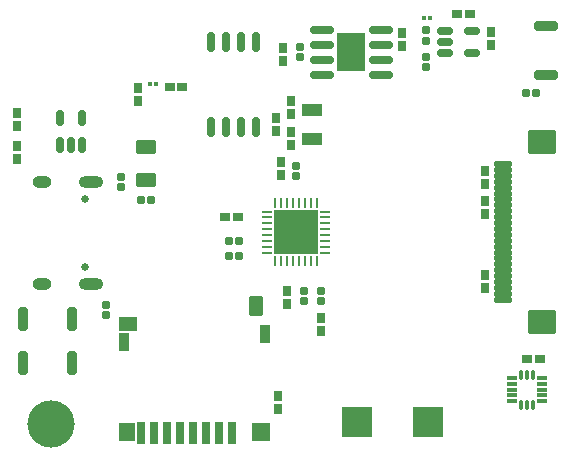
<source format=gbr>
%TF.GenerationSoftware,KiCad,Pcbnew,9.0.2*%
%TF.CreationDate,2025-12-06T23:29:51-05:00*%
%TF.ProjectId,taskmonitor,7461736b-6d6f-46e6-9974-6f722e6b6963,rev?*%
%TF.SameCoordinates,Original*%
%TF.FileFunction,Soldermask,Top*%
%TF.FilePolarity,Negative*%
%FSLAX46Y46*%
G04 Gerber Fmt 4.6, Leading zero omitted, Abs format (unit mm)*
G04 Created by KiCad (PCBNEW 9.0.2) date 2025-12-06 23:29:51*
%MOMM*%
%LPD*%
G01*
G04 APERTURE LIST*
G04 Aperture macros list*
%AMRoundRect*
0 Rectangle with rounded corners*
0 $1 Rounding radius*
0 $2 $3 $4 $5 $6 $7 $8 $9 X,Y pos of 4 corners*
0 Add a 4 corners polygon primitive as box body*
4,1,4,$2,$3,$4,$5,$6,$7,$8,$9,$2,$3,0*
0 Add four circle primitives for the rounded corners*
1,1,$1+$1,$2,$3*
1,1,$1+$1,$4,$5*
1,1,$1+$1,$6,$7*
1,1,$1+$1,$8,$9*
0 Add four rect primitives between the rounded corners*
20,1,$1+$1,$2,$3,$4,$5,0*
20,1,$1+$1,$4,$5,$6,$7,0*
20,1,$1+$1,$6,$7,$8,$9,0*
20,1,$1+$1,$8,$9,$2,$3,0*%
G04 Aperture macros list end*
%ADD10RoundRect,0.200000X0.200000X0.800000X-0.200000X0.800000X-0.200000X-0.800000X0.200000X-0.800000X0*%
%ADD11R,1.800000X1.000000*%
%ADD12RoundRect,0.050800X0.270000X-0.395050X0.270000X0.395050X-0.270000X0.395050X-0.270000X-0.395050X0*%
%ADD13RoundRect,0.050800X-0.270000X0.282850X-0.270000X-0.282850X0.270000X-0.282850X0.270000X0.282850X0*%
%ADD14RoundRect,0.050800X-0.270000X0.395050X-0.270000X-0.395050X0.270000X-0.395050X0.270000X0.395050X0*%
%ADD15RoundRect,0.050800X0.270000X-0.282850X0.270000X0.282850X-0.270000X0.282850X-0.270000X-0.282850X0*%
%ADD16RoundRect,0.050800X0.395050X0.270000X-0.395050X0.270000X-0.395050X-0.270000X0.395050X-0.270000X0*%
%ADD17RoundRect,0.200000X0.800000X-0.200000X0.800000X0.200000X-0.800000X0.200000X-0.800000X-0.200000X0*%
%ADD18RoundRect,0.150000X-0.825000X-0.150000X0.825000X-0.150000X0.825000X0.150000X-0.825000X0.150000X0*%
%ADD19R,2.410000X3.300000*%
%ADD20RoundRect,0.150000X0.150000X-0.512500X0.150000X0.512500X-0.150000X0.512500X-0.150000X-0.512500X0*%
%ADD21RoundRect,0.062500X-0.337500X-0.062500X0.337500X-0.062500X0.337500X0.062500X-0.337500X0.062500X0*%
%ADD22RoundRect,0.062500X-0.062500X-0.337500X0.062500X-0.337500X0.062500X0.337500X-0.062500X0.337500X0*%
%ADD23R,3.700000X3.700000*%
%ADD24RoundRect,0.075000X-0.387500X-0.075000X0.387500X-0.075000X0.387500X0.075000X-0.387500X0.075000X0*%
%ADD25RoundRect,0.075000X-0.075000X-0.325000X0.075000X-0.325000X0.075000X0.325000X-0.075000X0.325000X0*%
%ADD26RoundRect,0.075000X0.125000X0.075000X-0.125000X0.075000X-0.125000X-0.075000X0.125000X-0.075000X0*%
%ADD27RoundRect,0.162500X-0.162500X0.650000X-0.162500X-0.650000X0.162500X-0.650000X0.162500X0.650000X0*%
%ADD28RoundRect,0.102000X0.650000X-0.150000X0.650000X0.150000X-0.650000X0.150000X-0.650000X-0.150000X0*%
%ADD29RoundRect,0.102000X1.100000X-0.900000X1.100000X0.900000X-1.100000X0.900000X-1.100000X-0.900000X0*%
%ADD30RoundRect,0.050800X-0.282850X-0.270000X0.282850X-0.270000X0.282850X0.270000X-0.282850X0.270000X0*%
%ADD31RoundRect,0.050800X-0.300000X-0.875000X0.300000X-0.875000X0.300000X0.875000X-0.300000X0.875000X0*%
%ADD32RoundRect,0.050800X-0.725000X-0.500000X0.725000X-0.500000X0.725000X0.500000X-0.725000X0.500000X0*%
%ADD33RoundRect,0.050800X-0.500000X-0.775000X0.500000X-0.775000X0.500000X0.775000X-0.500000X0.775000X0*%
%ADD34RoundRect,0.050800X-0.400000X-0.750000X0.400000X-0.750000X0.400000X0.750000X-0.400000X0.750000X0*%
%ADD35RoundRect,0.050800X-0.400000X-0.700000X0.400000X-0.700000X0.400000X0.700000X-0.400000X0.700000X0*%
%ADD36RoundRect,0.050800X-0.750000X-0.750000X0.750000X-0.750000X0.750000X0.750000X-0.750000X0.750000X0*%
%ADD37RoundRect,0.050800X-0.650000X-0.750000X0.650000X-0.750000X0.650000X0.750000X-0.650000X0.750000X0*%
%ADD38RoundRect,0.050800X0.282850X0.270000X-0.282850X0.270000X-0.282850X-0.270000X0.282850X-0.270000X0*%
%ADD39R,2.500000X2.500000*%
%ADD40C,4.000000*%
%ADD41RoundRect,0.150000X-0.512500X-0.150000X0.512500X-0.150000X0.512500X0.150000X-0.512500X0.150000X0*%
%ADD42RoundRect,0.250000X-0.625000X0.375000X-0.625000X-0.375000X0.625000X-0.375000X0.625000X0.375000X0*%
%ADD43C,0.650000*%
%ADD44O,1.600000X1.000000*%
%ADD45O,2.100000X1.000000*%
G04 APERTURE END LIST*
D10*
%TO.C,BOOT1*%
X75625000Y-106850000D03*
X71425000Y-106850000D03*
%TD*%
D11*
%TO.C,Y1*%
X95925000Y-91650000D03*
X95925000Y-89150000D03*
%TD*%
D12*
%TO.C,C2*%
X70975000Y-93300000D03*
X70975000Y-92209800D03*
%TD*%
D13*
%TO.C,R9*%
X94575000Y-93909400D03*
X94575000Y-94775000D03*
%TD*%
D14*
%TO.C,C18*%
X110575000Y-96900000D03*
X110575000Y-97990200D03*
%TD*%
D15*
%TO.C,R2*%
X94875000Y-84665600D03*
X94875000Y-83800000D03*
%TD*%
D16*
%TO.C,C20*%
X115220100Y-110275000D03*
X114129900Y-110275000D03*
%TD*%
D17*
%TO.C,SW1*%
X115700000Y-86200000D03*
X115700000Y-82000000D03*
%TD*%
D15*
%TO.C,R5*%
X96650000Y-105315600D03*
X96650000Y-104450000D03*
%TD*%
D14*
%TO.C,C6*%
X70975000Y-89434800D03*
X70975000Y-90525000D03*
%TD*%
D18*
%TO.C,U2*%
X96775000Y-82350000D03*
X96775000Y-83620000D03*
X96775000Y-84890000D03*
X96775000Y-86160000D03*
X101725000Y-86160000D03*
X101725000Y-84890000D03*
X101725000Y-83620000D03*
X101725000Y-82350000D03*
D19*
X99250000Y-84255000D03*
%TD*%
D12*
%TO.C,C4*%
X103575000Y-83695100D03*
X103575000Y-82604900D03*
%TD*%
D20*
%TO.C,U7*%
X74550000Y-92100000D03*
X75500000Y-92100000D03*
X76450000Y-92100000D03*
X76450000Y-89825000D03*
X74550000Y-89825000D03*
%TD*%
D21*
%TO.C,U3*%
X92100000Y-97750000D03*
X92100000Y-98250000D03*
X92100000Y-98750000D03*
X92100000Y-99250000D03*
X92100000Y-99750000D03*
X92100000Y-100250000D03*
X92100000Y-100750000D03*
X92100000Y-101250000D03*
D22*
X92800000Y-101950000D03*
X93300000Y-101950000D03*
X93800000Y-101950000D03*
X94300000Y-101950000D03*
X94800000Y-101950000D03*
X95300000Y-101950000D03*
X95800000Y-101950000D03*
X96300000Y-101950000D03*
D21*
X97000000Y-101250000D03*
X97000000Y-100750000D03*
X97000000Y-100250000D03*
X97000000Y-99750000D03*
X97000000Y-99250000D03*
X97000000Y-98750000D03*
X97000000Y-98250000D03*
X97000000Y-97750000D03*
D22*
X96300000Y-97050000D03*
X95800000Y-97050000D03*
X95300000Y-97050000D03*
X94800000Y-97050000D03*
X94300000Y-97050000D03*
X93800000Y-97050000D03*
X93300000Y-97050000D03*
X92800000Y-97050000D03*
D23*
X94550000Y-99500000D03*
%TD*%
D24*
%TO.C,U6*%
X112850000Y-111825000D03*
X112850000Y-112325000D03*
X112850000Y-112825000D03*
X112850000Y-113325000D03*
X112850000Y-113825000D03*
D25*
X113637500Y-114100000D03*
X114137500Y-114100000D03*
X114637500Y-114100000D03*
D24*
X115425000Y-113825000D03*
X115425000Y-113325000D03*
X115425000Y-112825000D03*
X115425000Y-112325000D03*
X115425000Y-111825000D03*
D25*
X114637500Y-111550000D03*
X114137500Y-111550000D03*
X113637500Y-111550000D03*
%TD*%
D26*
%TO.C,L1*%
X82700000Y-86950000D03*
X82200000Y-86950000D03*
%TD*%
D12*
%TO.C,C13*%
X81200000Y-88415200D03*
X81200000Y-87325000D03*
%TD*%
D15*
%TO.C,R3*%
X79725000Y-95682800D03*
X79725000Y-94817200D03*
%TD*%
D26*
%TO.C,L2*%
X105867500Y-81394400D03*
X105367500Y-81394400D03*
%TD*%
D14*
%TO.C,C14*%
X93025000Y-113375000D03*
X93025000Y-114465200D03*
%TD*%
D27*
%TO.C,U4*%
X91205000Y-83387500D03*
X89935000Y-83387500D03*
X88665000Y-83387500D03*
X87395000Y-83387500D03*
X87395000Y-90562500D03*
X88665000Y-90562500D03*
X89935000Y-90562500D03*
X91205000Y-90562500D03*
%TD*%
D28*
%TO.C,J4*%
X112125000Y-105225000D03*
X112125000Y-104725000D03*
X112125000Y-104225000D03*
X112125000Y-103725000D03*
X112125000Y-103225000D03*
X112125000Y-102725000D03*
X112125000Y-102225000D03*
X112125000Y-101725000D03*
X112125000Y-101225000D03*
X112125000Y-100725000D03*
X112125000Y-100225000D03*
X112125000Y-99725000D03*
X112125000Y-99225000D03*
X112125000Y-98725000D03*
X112125000Y-98225000D03*
X112125000Y-97725000D03*
X112125000Y-97225000D03*
X112125000Y-96725000D03*
X112125000Y-96225000D03*
X112125000Y-95725000D03*
X112125000Y-95225000D03*
X112125000Y-94725000D03*
X112125000Y-94225000D03*
X112125000Y-93725000D03*
D29*
X115375000Y-91825000D03*
X115375000Y-107125000D03*
%TD*%
D10*
%TO.C,EN1*%
X75625000Y-110600000D03*
X71425000Y-110600000D03*
%TD*%
D16*
%TO.C,C7*%
X89625000Y-98250000D03*
X88534800Y-98250000D03*
%TD*%
D15*
%TO.C,R12*%
X105592500Y-85519400D03*
X105592500Y-84653800D03*
%TD*%
D14*
%TO.C,C19*%
X110575000Y-94309800D03*
X110575000Y-95400000D03*
%TD*%
D30*
%TO.C,R6*%
X88867200Y-101525000D03*
X89732800Y-101525000D03*
%TD*%
D12*
%TO.C,C16*%
X111092500Y-83634600D03*
X111092500Y-82544400D03*
%TD*%
D31*
%TO.C,Card1*%
X89150000Y-116525000D03*
X88049900Y-116525000D03*
X86950100Y-116525000D03*
X85850000Y-116525000D03*
X84750000Y-116525000D03*
X83649900Y-116525000D03*
X82550100Y-116525000D03*
X81450000Y-116525000D03*
D32*
X80325000Y-107300000D03*
D33*
X91150000Y-105725000D03*
D34*
X79999900Y-108799900D03*
D35*
X91950100Y-108149900D03*
D36*
X91600100Y-116399800D03*
D37*
X80250100Y-116399800D03*
%TD*%
D38*
%TO.C,R8*%
X89725000Y-100250000D03*
X88859400Y-100250000D03*
%TD*%
D39*
%TO.C,J2*%
X99750000Y-115575000D03*
%TD*%
D14*
%TO.C,C3*%
X94100000Y-90984800D03*
X94100000Y-92075000D03*
%TD*%
D39*
%TO.C,J3*%
X105750000Y-115575000D03*
%TD*%
D12*
%TO.C,C15*%
X110575000Y-104220100D03*
X110575000Y-103129900D03*
%TD*%
D14*
%TO.C,C12*%
X92875000Y-89809800D03*
X92875000Y-90900000D03*
%TD*%
D40*
%TO.C,H1*%
X73825000Y-115775000D03*
%TD*%
D12*
%TO.C,C10*%
X93300000Y-94675000D03*
X93300000Y-93584800D03*
%TD*%
D38*
%TO.C,R1*%
X82325000Y-96750000D03*
X81459400Y-96750000D03*
%TD*%
D30*
%TO.C,R10*%
X114009400Y-87750000D03*
X114875000Y-87750000D03*
%TD*%
D41*
%TO.C,U5*%
X107200000Y-82450000D03*
X107200000Y-83400000D03*
X107200000Y-84350000D03*
X109475000Y-84350000D03*
X109475000Y-82450000D03*
%TD*%
D13*
%TO.C,R4*%
X78500000Y-105667200D03*
X78500000Y-106532800D03*
%TD*%
D16*
%TO.C,C11*%
X84950000Y-87175000D03*
X83859800Y-87175000D03*
%TD*%
%TO.C,C17*%
X109257700Y-81044400D03*
X108167500Y-81044400D03*
%TD*%
D13*
%TO.C,R13*%
X105592500Y-82419400D03*
X105592500Y-83285000D03*
%TD*%
D12*
%TO.C,C5*%
X94125000Y-89504900D03*
X94125000Y-88414700D03*
%TD*%
D14*
%TO.C,C9*%
X96675000Y-106734800D03*
X96675000Y-107825000D03*
%TD*%
D42*
%TO.C,D1*%
X81892200Y-92250000D03*
X81892200Y-95050000D03*
%TD*%
D12*
%TO.C,C8*%
X93800000Y-105590200D03*
X93800000Y-104500000D03*
%TD*%
D14*
%TO.C,C1*%
X93425000Y-83900000D03*
X93425000Y-84990200D03*
%TD*%
D13*
%TO.C,R7*%
X95275000Y-104450000D03*
X95275000Y-105315600D03*
%TD*%
D43*
%TO.C,J1*%
X76725000Y-102450000D03*
X76725000Y-96670000D03*
D44*
X73045000Y-103880000D03*
D45*
X77225000Y-103880000D03*
D44*
X73045000Y-95240000D03*
D45*
X77225000Y-95240000D03*
%TD*%
M02*

</source>
